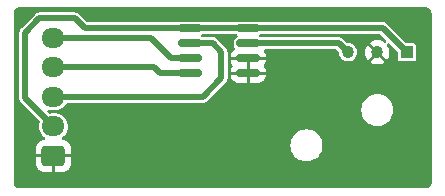
<source format=gbl>
%TF.GenerationSoftware,KiCad,Pcbnew,7.0.6*%
%TF.CreationDate,2023-08-28T10:43:43+02:00*%
%TF.ProjectId,RH_BreakLever_FreeJoy,52485f42-7265-4616-9b4c-657665725f46,rev?*%
%TF.SameCoordinates,Original*%
%TF.FileFunction,Copper,L2,Bot*%
%TF.FilePolarity,Positive*%
%FSLAX46Y46*%
G04 Gerber Fmt 4.6, Leading zero omitted, Abs format (unit mm)*
G04 Created by KiCad (PCBNEW 7.0.6) date 2023-08-28 10:43:43*
%MOMM*%
%LPD*%
G01*
G04 APERTURE LIST*
G04 Aperture macros list*
%AMRoundRect*
0 Rectangle with rounded corners*
0 $1 Rounding radius*
0 $2 $3 $4 $5 $6 $7 $8 $9 X,Y pos of 4 corners*
0 Add a 4 corners polygon primitive as box body*
4,1,4,$2,$3,$4,$5,$6,$7,$8,$9,$2,$3,0*
0 Add four circle primitives for the rounded corners*
1,1,$1+$1,$2,$3*
1,1,$1+$1,$4,$5*
1,1,$1+$1,$6,$7*
1,1,$1+$1,$8,$9*
0 Add four rect primitives between the rounded corners*
20,1,$1+$1,$2,$3,$4,$5,0*
20,1,$1+$1,$4,$5,$6,$7,0*
20,1,$1+$1,$6,$7,$8,$9,0*
20,1,$1+$1,$8,$9,$2,$3,0*%
G04 Aperture macros list end*
%TA.AperFunction,ComponentPad*%
%ADD10R,1.030000X1.030000*%
%TD*%
%TA.AperFunction,ComponentPad*%
%ADD11C,1.030000*%
%TD*%
%TA.AperFunction,ComponentPad*%
%ADD12RoundRect,0.250000X0.725000X-0.600000X0.725000X0.600000X-0.725000X0.600000X-0.725000X-0.600000X0*%
%TD*%
%TA.AperFunction,ComponentPad*%
%ADD13O,1.950000X1.700000*%
%TD*%
%TA.AperFunction,SMDPad,CuDef*%
%ADD14RoundRect,0.150000X0.825000X0.150000X-0.825000X0.150000X-0.825000X-0.150000X0.825000X-0.150000X0*%
%TD*%
%TA.AperFunction,Conductor*%
%ADD15C,0.508000*%
%TD*%
G04 APERTURE END LIST*
D10*
X68570000Y-25030001D03*
D11*
X66070000Y-25030001D03*
X63570000Y-25030001D03*
D12*
X38640000Y-33800000D03*
D13*
X38640000Y-31300000D03*
X38640000Y-28800000D03*
X38640000Y-26300000D03*
X38640000Y-23800000D03*
D14*
X55150000Y-22995000D03*
X55150000Y-24265000D03*
X55150000Y-25535000D03*
X55150000Y-26805000D03*
X50200000Y-26805000D03*
X50200000Y-25535000D03*
X50200000Y-24265000D03*
X50200000Y-22995000D03*
D15*
X41290000Y-22995000D02*
X40455000Y-22160000D01*
X68570000Y-25030001D02*
X66534999Y-22995000D01*
X54575000Y-22995000D02*
X41290000Y-22995000D01*
X36275000Y-28935000D02*
X38640000Y-31300000D01*
X40455000Y-22160000D02*
X37465000Y-22160000D01*
X66534999Y-22995000D02*
X55400000Y-22995000D01*
X36275000Y-23350000D02*
X36275000Y-28935000D01*
X55400000Y-22995000D02*
X49950000Y-22995000D01*
X37465000Y-22160000D02*
X36275000Y-23350000D01*
X52140000Y-24265000D02*
X49950000Y-24265000D01*
X52875000Y-27200000D02*
X52875000Y-25000000D01*
X52875000Y-25000000D02*
X52140000Y-24265000D01*
X38640000Y-28800000D02*
X51275000Y-28800000D01*
X51275000Y-28800000D02*
X52875000Y-27200000D01*
X47175000Y-26300000D02*
X38640000Y-26300000D01*
X49950000Y-26805000D02*
X47680000Y-26805000D01*
X47680000Y-26805000D02*
X47175000Y-26300000D01*
X38640000Y-23800000D02*
X46875000Y-23800000D01*
X49950000Y-25535000D02*
X48610000Y-25535000D01*
X48610000Y-25535000D02*
X46875000Y-23800000D01*
X62804999Y-24265000D02*
X63570000Y-25030001D01*
X55400000Y-24265000D02*
X62804999Y-24265000D01*
%TA.AperFunction,Conductor*%
G36*
X70173514Y-21208895D02*
G01*
X70265268Y-21219234D01*
X70292766Y-21225510D01*
X70369858Y-21252486D01*
X70395265Y-21264721D01*
X70464431Y-21308181D01*
X70486484Y-21325769D01*
X70544230Y-21383515D01*
X70561819Y-21405569D01*
X70605276Y-21474730D01*
X70617515Y-21500146D01*
X70644487Y-21577228D01*
X70650766Y-21604735D01*
X70660257Y-21688972D01*
X70661104Y-21696483D01*
X70661500Y-21703543D01*
X70661500Y-36046456D01*
X70661104Y-36053516D01*
X70650766Y-36145264D01*
X70644487Y-36172771D01*
X70617515Y-36249853D01*
X70605273Y-36275275D01*
X70561822Y-36344426D01*
X70544230Y-36366484D01*
X70486484Y-36424230D01*
X70464425Y-36441822D01*
X70395272Y-36485274D01*
X70369853Y-36497515D01*
X70292771Y-36524487D01*
X70265264Y-36530766D01*
X70208418Y-36537171D01*
X70173513Y-36541104D01*
X70166456Y-36541500D01*
X35768544Y-36541500D01*
X35761486Y-36541104D01*
X35713854Y-36535737D01*
X35669735Y-36530766D01*
X35642228Y-36524487D01*
X35565146Y-36497515D01*
X35539730Y-36485276D01*
X35470569Y-36441819D01*
X35448515Y-36424230D01*
X35390769Y-36366484D01*
X35373181Y-36344431D01*
X35329721Y-36275265D01*
X35317486Y-36249858D01*
X35290510Y-36172766D01*
X35284234Y-36145268D01*
X35273895Y-36053514D01*
X35273500Y-36046456D01*
X35273500Y-23386648D01*
X35762579Y-23386648D01*
X35763620Y-23391429D01*
X35766500Y-23418215D01*
X35766500Y-28866783D01*
X35763622Y-28893562D01*
X35762580Y-28898351D01*
X35766339Y-28950916D01*
X35766500Y-28955412D01*
X35766500Y-28971370D01*
X35768769Y-28987160D01*
X35769249Y-28991627D01*
X35773010Y-29044199D01*
X35773011Y-29044204D01*
X35774726Y-29048801D01*
X35781381Y-29074876D01*
X35782078Y-29079724D01*
X35782082Y-29079738D01*
X35803969Y-29127665D01*
X35805690Y-29131819D01*
X35824110Y-29181202D01*
X35824112Y-29181206D01*
X35827048Y-29185128D01*
X35840788Y-29208286D01*
X35842822Y-29212740D01*
X35842824Y-29212743D01*
X35877329Y-29252564D01*
X35880152Y-29256067D01*
X35889717Y-29268845D01*
X35889719Y-29268847D01*
X35889720Y-29268848D01*
X35901012Y-29280140D01*
X35904065Y-29283418D01*
X35923553Y-29305909D01*
X35938580Y-29323251D01*
X35942691Y-29325893D01*
X35963671Y-29342799D01*
X37438198Y-30817326D01*
X37472224Y-30879638D01*
X37468174Y-30947630D01*
X37436752Y-31038419D01*
X37436750Y-31038428D01*
X37406732Y-31247205D01*
X37416768Y-31457893D01*
X37416769Y-31457904D01*
X37466498Y-31662886D01*
X37466498Y-31662888D01*
X37466499Y-31662890D01*
X37554124Y-31854762D01*
X37676478Y-32026584D01*
X37829138Y-32172145D01*
X37829140Y-32172146D01*
X37829142Y-32172148D01*
X37893276Y-32213364D01*
X37939769Y-32267019D01*
X37949874Y-32337293D01*
X37920381Y-32401874D01*
X37860655Y-32440258D01*
X37837964Y-32444709D01*
X37760681Y-32452605D01*
X37760678Y-32452606D01*
X37592474Y-32508342D01*
X37441660Y-32601365D01*
X37441654Y-32601370D01*
X37316370Y-32726654D01*
X37316365Y-32726660D01*
X37223342Y-32877474D01*
X37167606Y-33045678D01*
X37167605Y-33045681D01*
X37157000Y-33149483D01*
X37157000Y-33673000D01*
X38182237Y-33673000D01*
X38165000Y-33731705D01*
X38165000Y-33868295D01*
X38182237Y-33927000D01*
X37157000Y-33927000D01*
X37157000Y-34450516D01*
X37167605Y-34554318D01*
X37167606Y-34554321D01*
X37223342Y-34722525D01*
X37316365Y-34873339D01*
X37316370Y-34873345D01*
X37441654Y-34998629D01*
X37441660Y-34998634D01*
X37592474Y-35091657D01*
X37760678Y-35147393D01*
X37760681Y-35147394D01*
X37864483Y-35157999D01*
X37864483Y-35158000D01*
X38513000Y-35158000D01*
X38513000Y-34261624D01*
X38606025Y-34275000D01*
X38673975Y-34275000D01*
X38766999Y-34261624D01*
X38767000Y-35158000D01*
X39415517Y-35158000D01*
X39415516Y-35157999D01*
X39519318Y-35147394D01*
X39519321Y-35147393D01*
X39687525Y-35091657D01*
X39838339Y-34998634D01*
X39838345Y-34998629D01*
X39963629Y-34873345D01*
X39963634Y-34873339D01*
X40056657Y-34722525D01*
X40112393Y-34554321D01*
X40112394Y-34554318D01*
X40122999Y-34450516D01*
X40123000Y-34450516D01*
X40123000Y-33927000D01*
X39097763Y-33927000D01*
X39115000Y-33868295D01*
X39115000Y-33731705D01*
X39097763Y-33673000D01*
X40123000Y-33673000D01*
X40123000Y-33149483D01*
X40112394Y-33045681D01*
X40112393Y-33045678D01*
X40064121Y-32900000D01*
X58714341Y-32900000D01*
X58734937Y-33135412D01*
X58796096Y-33363662D01*
X58796098Y-33363666D01*
X58895966Y-33577833D01*
X59031498Y-33771393D01*
X59031502Y-33771398D01*
X59031505Y-33771402D01*
X59198599Y-33938496D01*
X59198603Y-33938499D01*
X59198607Y-33938502D01*
X59392167Y-34074034D01*
X59392166Y-34074034D01*
X59468304Y-34109538D01*
X59606337Y-34173904D01*
X59834592Y-34235064D01*
X60011034Y-34250501D01*
X60011035Y-34250501D01*
X60128965Y-34250501D01*
X60128966Y-34250501D01*
X60305408Y-34235064D01*
X60533663Y-34173904D01*
X60747829Y-34074036D01*
X60941401Y-33938496D01*
X61108495Y-33771402D01*
X61244035Y-33577831D01*
X61343903Y-33363664D01*
X61405063Y-33135409D01*
X61425659Y-32900001D01*
X61405063Y-32664593D01*
X61343903Y-32436338D01*
X61244035Y-32222172D01*
X61244034Y-32222170D01*
X61244033Y-32222168D01*
X61108501Y-32028608D01*
X61108497Y-32028603D01*
X61108495Y-32028600D01*
X60941401Y-31861506D01*
X60941397Y-31861503D01*
X60941392Y-31861499D01*
X60747832Y-31725967D01*
X60747833Y-31725967D01*
X60533665Y-31626099D01*
X60533661Y-31626097D01*
X60305411Y-31564938D01*
X60173076Y-31553360D01*
X60128966Y-31549501D01*
X60011034Y-31549501D01*
X59975745Y-31552588D01*
X59834588Y-31564938D01*
X59606338Y-31626097D01*
X59606334Y-31626099D01*
X59392167Y-31725967D01*
X59198607Y-31861499D01*
X59198596Y-31861508D01*
X59031507Y-32028597D01*
X59031502Y-32028603D01*
X58895965Y-32222170D01*
X58796098Y-32436335D01*
X58796096Y-32436339D01*
X58734937Y-32664589D01*
X58714341Y-32900000D01*
X40064121Y-32900000D01*
X40056657Y-32877474D01*
X39963634Y-32726660D01*
X39963629Y-32726654D01*
X39838345Y-32601370D01*
X39838339Y-32601365D01*
X39687525Y-32508342D01*
X39519321Y-32452606D01*
X39519318Y-32452605D01*
X39446036Y-32445118D01*
X39380301Y-32418296D01*
X39339503Y-32360193D01*
X39336594Y-32289256D01*
X39372498Y-32228007D01*
X39380941Y-32220739D01*
X39530659Y-32103000D01*
X39668792Y-31943587D01*
X39774259Y-31760913D01*
X39843248Y-31561580D01*
X39873267Y-31352793D01*
X39863231Y-31142098D01*
X39813501Y-30937110D01*
X39725876Y-30745238D01*
X39603522Y-30573416D01*
X39450862Y-30427855D01*
X39450859Y-30427853D01*
X39450857Y-30427851D01*
X39273413Y-30313816D01*
X39077589Y-30235420D01*
X39077586Y-30235419D01*
X39077585Y-30235419D01*
X38870471Y-30195500D01*
X38870467Y-30195500D01*
X38462387Y-30195500D01*
X38462369Y-30195500D01*
X38331833Y-30207966D01*
X38262119Y-30194530D01*
X38230760Y-30171632D01*
X38147760Y-30088632D01*
X38113734Y-30026320D01*
X38118799Y-29955505D01*
X38161346Y-29898669D01*
X38227866Y-29873858D01*
X38260696Y-29875813D01*
X38409533Y-29904500D01*
X38409537Y-29904500D01*
X38817613Y-29904500D01*
X38817630Y-29904499D01*
X38864732Y-29900001D01*
X64714341Y-29900001D01*
X64734937Y-30135412D01*
X64796096Y-30363662D01*
X64796098Y-30363666D01*
X64895966Y-30577833D01*
X65031498Y-30771393D01*
X65031502Y-30771398D01*
X65031505Y-30771402D01*
X65198599Y-30938496D01*
X65198603Y-30938499D01*
X65198607Y-30938502D01*
X65392167Y-31074034D01*
X65392166Y-31074034D01*
X65468304Y-31109538D01*
X65606337Y-31173904D01*
X65834592Y-31235064D01*
X66011034Y-31250501D01*
X66011035Y-31250501D01*
X66128965Y-31250501D01*
X66128966Y-31250501D01*
X66305408Y-31235064D01*
X66533663Y-31173904D01*
X66747829Y-31074036D01*
X66941401Y-30938496D01*
X67108495Y-30771402D01*
X67244035Y-30577831D01*
X67343903Y-30363664D01*
X67405063Y-30135409D01*
X67425659Y-29900001D01*
X67405063Y-29664593D01*
X67343903Y-29436338D01*
X67244035Y-29222172D01*
X67244034Y-29222170D01*
X67244033Y-29222168D01*
X67108501Y-29028608D01*
X67108497Y-29028603D01*
X67108495Y-29028600D01*
X66941401Y-28861506D01*
X66941397Y-28861503D01*
X66941392Y-28861499D01*
X66747832Y-28725967D01*
X66747833Y-28725967D01*
X66533665Y-28626099D01*
X66533661Y-28626097D01*
X66305411Y-28564938D01*
X66173076Y-28553360D01*
X66128966Y-28549501D01*
X66011034Y-28549501D01*
X65975745Y-28552588D01*
X65834588Y-28564938D01*
X65606338Y-28626097D01*
X65606334Y-28626099D01*
X65392167Y-28725967D01*
X65198607Y-28861499D01*
X65198596Y-28861508D01*
X65031507Y-29028597D01*
X65031502Y-29028603D01*
X64895965Y-29222170D01*
X64796098Y-29436335D01*
X64796096Y-29436339D01*
X64734937Y-29664589D01*
X64714341Y-29900001D01*
X38864732Y-29900001D01*
X38974969Y-29889474D01*
X38974969Y-29889473D01*
X38974979Y-29889473D01*
X39177368Y-29830047D01*
X39364854Y-29733391D01*
X39530659Y-29603000D01*
X39668792Y-29443587D01*
X39710412Y-29371498D01*
X39761795Y-29322506D01*
X39819531Y-29308500D01*
X51206784Y-29308500D01*
X51233565Y-29311378D01*
X51238351Y-29312420D01*
X51238351Y-29312419D01*
X51238352Y-29312420D01*
X51290917Y-29308661D01*
X51295413Y-29308500D01*
X51311366Y-29308500D01*
X51311368Y-29308500D01*
X51327192Y-29306224D01*
X51331615Y-29305749D01*
X51384201Y-29301989D01*
X51388794Y-29300275D01*
X51414893Y-29293614D01*
X51419734Y-29292919D01*
X51467683Y-29271020D01*
X51471800Y-29269315D01*
X51521204Y-29250889D01*
X51525117Y-29247958D01*
X51548299Y-29234204D01*
X51552743Y-29232176D01*
X51592585Y-29197650D01*
X51596055Y-29194855D01*
X51608848Y-29185280D01*
X51620141Y-29173985D01*
X51623418Y-29170934D01*
X51663250Y-29136421D01*
X51665894Y-29132305D01*
X51682795Y-29111331D01*
X53186331Y-27607795D01*
X53207305Y-27590894D01*
X53211421Y-27588250D01*
X53245934Y-27548418D01*
X53248987Y-27545140D01*
X53260280Y-27533848D01*
X53269855Y-27521055D01*
X53272650Y-27517585D01*
X53307176Y-27477743D01*
X53309208Y-27473292D01*
X53322957Y-27450120D01*
X53325889Y-27446204D01*
X53344314Y-27396802D01*
X53346019Y-27392685D01*
X53367919Y-27344734D01*
X53368615Y-27339891D01*
X53375275Y-27313793D01*
X53376989Y-27309200D01*
X53380749Y-27256629D01*
X53381230Y-27252153D01*
X53383500Y-27236367D01*
X53383500Y-27220412D01*
X53383661Y-27215916D01*
X53387420Y-27163351D01*
X53386378Y-27158562D01*
X53383500Y-27131783D01*
X53383500Y-26932000D01*
X53667001Y-26932000D01*
X53667001Y-27021458D01*
X53669934Y-27058750D01*
X53716318Y-27218400D01*
X53800948Y-27361501D01*
X53800949Y-27361503D01*
X53918496Y-27479050D01*
X53918498Y-27479051D01*
X54061598Y-27563681D01*
X54221251Y-27610065D01*
X54221249Y-27610065D01*
X54258539Y-27613000D01*
X54258540Y-27613000D01*
X55023000Y-27612999D01*
X55023000Y-26932000D01*
X55277000Y-26932000D01*
X55277000Y-27612999D01*
X56041458Y-27612999D01*
X56078750Y-27610065D01*
X56238400Y-27563681D01*
X56381501Y-27479051D01*
X56381503Y-27479050D01*
X56499050Y-27361503D01*
X56499051Y-27361501D01*
X56583681Y-27218401D01*
X56630065Y-27058749D01*
X56633000Y-27021461D01*
X56633000Y-26932000D01*
X55277000Y-26932000D01*
X55023000Y-26932000D01*
X53667001Y-26932000D01*
X53383500Y-26932000D01*
X53383500Y-26678000D01*
X53667000Y-26678000D01*
X55023000Y-26678000D01*
X55023000Y-25662000D01*
X55277000Y-25662000D01*
X55277000Y-26678000D01*
X56632999Y-26678000D01*
X56632999Y-26588542D01*
X56630065Y-26551249D01*
X56583681Y-26391599D01*
X56499052Y-26248499D01*
X56498067Y-26247229D01*
X56497604Y-26246050D01*
X56495019Y-26241679D01*
X56495723Y-26241262D01*
X56472118Y-26181145D01*
X56486016Y-26111522D01*
X56498067Y-26092771D01*
X56499052Y-26091500D01*
X56583681Y-25948401D01*
X56630065Y-25788749D01*
X56633000Y-25751461D01*
X56633000Y-25662000D01*
X55277000Y-25662000D01*
X55023000Y-25662000D01*
X53667001Y-25662000D01*
X53667001Y-25751458D01*
X53669934Y-25788750D01*
X53716318Y-25948400D01*
X53800947Y-26091500D01*
X53801939Y-26092779D01*
X53802403Y-26093963D01*
X53804981Y-26098321D01*
X53804277Y-26098736D01*
X53827882Y-26158866D01*
X53813978Y-26228487D01*
X53801939Y-26247221D01*
X53800947Y-26248499D01*
X53716318Y-26391598D01*
X53669934Y-26551250D01*
X53667000Y-26588539D01*
X53667000Y-26678000D01*
X53383500Y-26678000D01*
X53383500Y-26106495D01*
X53383500Y-25068205D01*
X53386379Y-25041429D01*
X53387420Y-25036649D01*
X53383661Y-24984083D01*
X53383500Y-24979587D01*
X53383500Y-24963631D01*
X53381230Y-24947846D01*
X53380749Y-24943370D01*
X53376989Y-24890800D01*
X53376989Y-24890799D01*
X53375276Y-24886208D01*
X53368616Y-24860111D01*
X53367919Y-24855268D01*
X53367919Y-24855266D01*
X53346023Y-24807320D01*
X53344313Y-24803192D01*
X53325889Y-24753796D01*
X53325887Y-24753794D01*
X53325887Y-24753792D01*
X53325886Y-24753791D01*
X53322956Y-24749877D01*
X53309209Y-24726708D01*
X53308246Y-24724602D01*
X53307176Y-24722257D01*
X53292723Y-24705577D01*
X53272671Y-24682435D01*
X53269847Y-24678932D01*
X53260281Y-24666154D01*
X53260280Y-24666152D01*
X53248978Y-24654850D01*
X53245925Y-24651570D01*
X53211422Y-24611750D01*
X53211419Y-24611748D01*
X53207300Y-24609101D01*
X53186327Y-24592199D01*
X52547799Y-23953671D01*
X52530893Y-23932691D01*
X52528251Y-23928580D01*
X52488421Y-23894067D01*
X52485140Y-23891012D01*
X52473848Y-23879720D01*
X52473847Y-23879719D01*
X52473845Y-23879717D01*
X52461067Y-23870152D01*
X52457564Y-23867329D01*
X52417743Y-23832824D01*
X52417740Y-23832822D01*
X52413286Y-23830788D01*
X52390128Y-23817048D01*
X52386206Y-23814112D01*
X52386202Y-23814110D01*
X52336819Y-23795690D01*
X52332665Y-23793969D01*
X52284738Y-23772082D01*
X52284724Y-23772078D01*
X52279876Y-23771381D01*
X52253801Y-23764726D01*
X52249204Y-23763011D01*
X52249199Y-23763010D01*
X52196627Y-23759249D01*
X52192160Y-23758769D01*
X52176370Y-23756500D01*
X52176368Y-23756500D01*
X52160413Y-23756500D01*
X52155917Y-23756339D01*
X52139691Y-23755179D01*
X52117383Y-23746858D01*
X52111879Y-23750396D01*
X52103172Y-23752618D01*
X52098564Y-23753621D01*
X52071784Y-23756500D01*
X51242642Y-23756500D01*
X51185471Y-23742783D01*
X51184489Y-23742283D01*
X51132860Y-23693550D01*
X51115774Y-23624640D01*
X51138656Y-23557432D01*
X51184489Y-23517717D01*
X51185471Y-23517217D01*
X51242642Y-23503500D01*
X52076381Y-23503500D01*
X52109410Y-23513198D01*
X52121897Y-23506380D01*
X52148680Y-23503500D01*
X54107358Y-23503500D01*
X54164484Y-23517194D01*
X54164804Y-23517356D01*
X54165466Y-23517694D01*
X54217114Y-23566406D01*
X54234227Y-23635309D01*
X54211372Y-23702526D01*
X54165543Y-23742265D01*
X54084279Y-23783671D01*
X54084274Y-23783675D01*
X53993673Y-23874276D01*
X53935501Y-23988446D01*
X53930219Y-24021801D01*
X53920500Y-24083166D01*
X53920500Y-24446834D01*
X53921596Y-24453754D01*
X53935501Y-24541553D01*
X53935501Y-24541554D01*
X53935502Y-24541555D01*
X53966807Y-24602993D01*
X53993673Y-24655721D01*
X53993980Y-24656144D01*
X53994194Y-24656744D01*
X53998176Y-24664559D01*
X53997166Y-24665073D01*
X54017838Y-24723012D01*
X54001758Y-24792164D01*
X53956186Y-24838658D01*
X53918500Y-24860946D01*
X53918496Y-24860949D01*
X53800949Y-24978496D01*
X53800948Y-24978498D01*
X53716318Y-25121598D01*
X53669934Y-25281250D01*
X53667000Y-25318539D01*
X53667000Y-25408000D01*
X56632999Y-25408000D01*
X56632999Y-25318542D01*
X56630065Y-25281249D01*
X56583681Y-25121599D01*
X56499051Y-24978498D01*
X56497675Y-24976723D01*
X56497029Y-24975078D01*
X56495019Y-24971679D01*
X56495567Y-24971354D01*
X56471730Y-24910636D01*
X56485633Y-24841014D01*
X56534970Y-24789961D01*
X56597237Y-24773500D01*
X62542181Y-24773500D01*
X62610302Y-24793502D01*
X62631276Y-24810405D01*
X62758726Y-24937855D01*
X62792752Y-25000167D01*
X62795631Y-25026950D01*
X62795631Y-25029997D01*
X62795631Y-25030001D01*
X62815046Y-25202314D01*
X62855715Y-25318539D01*
X62872318Y-25365987D01*
X62872319Y-25365989D01*
X62964573Y-25512812D01*
X63087188Y-25635427D01*
X63211299Y-25713410D01*
X63234014Y-25727683D01*
X63397687Y-25784955D01*
X63570000Y-25804370D01*
X63742313Y-25784955D01*
X63905986Y-25727683D01*
X64052811Y-25635427D01*
X64175426Y-25512812D01*
X64267682Y-25365987D01*
X64324954Y-25202314D01*
X64344369Y-25030001D01*
X64324954Y-24857688D01*
X64267682Y-24694015D01*
X64243620Y-24655721D01*
X64175426Y-24547189D01*
X64052811Y-24424574D01*
X63905988Y-24332320D01*
X63905986Y-24332319D01*
X63895078Y-24328502D01*
X63742313Y-24275047D01*
X63570000Y-24255632D01*
X63569998Y-24255632D01*
X63566949Y-24255632D01*
X63565050Y-24255074D01*
X63562969Y-24254840D01*
X63563010Y-24254475D01*
X63498828Y-24235630D01*
X63477854Y-24218727D01*
X63212798Y-23953671D01*
X63195892Y-23932691D01*
X63193250Y-23928580D01*
X63153420Y-23894067D01*
X63150139Y-23891012D01*
X63138847Y-23879720D01*
X63138846Y-23879719D01*
X63138844Y-23879717D01*
X63126066Y-23870152D01*
X63122563Y-23867329D01*
X63082742Y-23832824D01*
X63082739Y-23832822D01*
X63078285Y-23830788D01*
X63055127Y-23817048D01*
X63051205Y-23814112D01*
X63051201Y-23814110D01*
X63001818Y-23795690D01*
X62997664Y-23793969D01*
X62949737Y-23772082D01*
X62949723Y-23772078D01*
X62944875Y-23771381D01*
X62918800Y-23764726D01*
X62914203Y-23763011D01*
X62914198Y-23763010D01*
X62861626Y-23759249D01*
X62857159Y-23758769D01*
X62841369Y-23756500D01*
X62841367Y-23756500D01*
X62825412Y-23756500D01*
X62820916Y-23756339D01*
X62804690Y-23755179D01*
X62782382Y-23746858D01*
X62776878Y-23750396D01*
X62768171Y-23752618D01*
X62763563Y-23753621D01*
X62736783Y-23756500D01*
X56192642Y-23756500D01*
X56135471Y-23742783D01*
X56134489Y-23742283D01*
X56082860Y-23693550D01*
X56065774Y-23624640D01*
X56088656Y-23557432D01*
X56134489Y-23517717D01*
X56135471Y-23517217D01*
X56192642Y-23503500D01*
X62741380Y-23503500D01*
X62774409Y-23513198D01*
X62786896Y-23506380D01*
X62813679Y-23503500D01*
X66272181Y-23503500D01*
X66340302Y-23523502D01*
X66361276Y-23540405D01*
X66807572Y-23986701D01*
X66841598Y-24049013D01*
X66836533Y-24119828D01*
X66793986Y-24176664D01*
X66727466Y-24201475D01*
X66658092Y-24186384D01*
X66646403Y-24178498D01*
X66646247Y-24178732D01*
X66641101Y-24175293D01*
X66463379Y-24080299D01*
X66270536Y-24021801D01*
X66070003Y-24002051D01*
X66069997Y-24002051D01*
X65869463Y-24021801D01*
X65676620Y-24080299D01*
X65498904Y-24175290D01*
X65441777Y-24222173D01*
X65934967Y-24715363D01*
X65848081Y-24765528D01*
X65771009Y-24857378D01*
X65756803Y-24896408D01*
X65262172Y-24401777D01*
X65215289Y-24458905D01*
X65120298Y-24636621D01*
X65061800Y-24829464D01*
X65042050Y-25029997D01*
X65042050Y-25030004D01*
X65061800Y-25230537D01*
X65120298Y-25423380D01*
X65215291Y-25601099D01*
X65262171Y-25658222D01*
X65756802Y-25163591D01*
X65771009Y-25202623D01*
X65848081Y-25294474D01*
X65934967Y-25344638D01*
X65441777Y-25837827D01*
X65498904Y-25884711D01*
X65676620Y-25979702D01*
X65869463Y-26038200D01*
X66069997Y-26057951D01*
X66070003Y-26057951D01*
X66270536Y-26038200D01*
X66463379Y-25979702D01*
X66641093Y-25884712D01*
X66641098Y-25884709D01*
X66698222Y-25837828D01*
X66698222Y-25837827D01*
X66205032Y-25344637D01*
X66291919Y-25294474D01*
X66368991Y-25202624D01*
X66383197Y-25163593D01*
X66877827Y-25658223D01*
X66924708Y-25601099D01*
X66924711Y-25601094D01*
X67019701Y-25423380D01*
X67078199Y-25230537D01*
X67097950Y-25030004D01*
X67097950Y-25029997D01*
X67078199Y-24829464D01*
X67019701Y-24636621D01*
X66924707Y-24458899D01*
X66921269Y-24453754D01*
X66923033Y-24452575D01*
X66899051Y-24396112D01*
X66911032Y-24326133D01*
X66958944Y-24273740D01*
X67027575Y-24255568D01*
X67095136Y-24277386D01*
X67113299Y-24292428D01*
X67763595Y-24942724D01*
X67797621Y-25005036D01*
X67800500Y-25031819D01*
X67800500Y-25570064D01*
X67800501Y-25570074D01*
X67815265Y-25644301D01*
X67871516Y-25728485D01*
X67955697Y-25784734D01*
X67955699Y-25784735D01*
X68029933Y-25799501D01*
X69110066Y-25799500D01*
X69110069Y-25799499D01*
X69110073Y-25799499D01*
X69159326Y-25789702D01*
X69184301Y-25784735D01*
X69268484Y-25728485D01*
X69324734Y-25644302D01*
X69339500Y-25570068D01*
X69339499Y-24489935D01*
X69339498Y-24489932D01*
X69339498Y-24489927D01*
X69324734Y-24415700D01*
X69315431Y-24401777D01*
X69268484Y-24331517D01*
X69263972Y-24328502D01*
X69184302Y-24275267D01*
X69110069Y-24260501D01*
X69110067Y-24260501D01*
X68571818Y-24260501D01*
X68503697Y-24240499D01*
X68482723Y-24223596D01*
X66942798Y-22683671D01*
X66925892Y-22662691D01*
X66923250Y-22658580D01*
X66883420Y-22624067D01*
X66880139Y-22621012D01*
X66868847Y-22609720D01*
X66868846Y-22609719D01*
X66868844Y-22609717D01*
X66856066Y-22600152D01*
X66852563Y-22597329D01*
X66812742Y-22562824D01*
X66812739Y-22562822D01*
X66808285Y-22560788D01*
X66785127Y-22547048D01*
X66781205Y-22544112D01*
X66781201Y-22544110D01*
X66731818Y-22525690D01*
X66727664Y-22523969D01*
X66679737Y-22502082D01*
X66679723Y-22502078D01*
X66674875Y-22501381D01*
X66648800Y-22494726D01*
X66644203Y-22493011D01*
X66644198Y-22493010D01*
X66591626Y-22489249D01*
X66587159Y-22488769D01*
X66571369Y-22486500D01*
X66571367Y-22486500D01*
X66555412Y-22486500D01*
X66550916Y-22486339D01*
X66498351Y-22482579D01*
X66498350Y-22482580D01*
X66493565Y-22483621D01*
X66466783Y-22486500D01*
X56192642Y-22486500D01*
X56135438Y-22472766D01*
X56101556Y-22455501D01*
X56027172Y-22443721D01*
X56006834Y-22440500D01*
X54293166Y-22440500D01*
X54274799Y-22443408D01*
X54198443Y-22455501D01*
X54164562Y-22472766D01*
X54107358Y-22486500D01*
X51242642Y-22486500D01*
X51185438Y-22472766D01*
X51151556Y-22455501D01*
X51077172Y-22443721D01*
X51056834Y-22440500D01*
X49343166Y-22440500D01*
X49324799Y-22443408D01*
X49248443Y-22455501D01*
X49214562Y-22472766D01*
X49157358Y-22486500D01*
X41552818Y-22486500D01*
X41484697Y-22466498D01*
X41463723Y-22449595D01*
X40862799Y-21848671D01*
X40845893Y-21827691D01*
X40843251Y-21823580D01*
X40803421Y-21789067D01*
X40800140Y-21786012D01*
X40788848Y-21774720D01*
X40788847Y-21774719D01*
X40788845Y-21774717D01*
X40776067Y-21765152D01*
X40772564Y-21762329D01*
X40732743Y-21727824D01*
X40732740Y-21727822D01*
X40728286Y-21725788D01*
X40705128Y-21712048D01*
X40701206Y-21709112D01*
X40701202Y-21709110D01*
X40651819Y-21690690D01*
X40647665Y-21688969D01*
X40599738Y-21667082D01*
X40599724Y-21667078D01*
X40594876Y-21666381D01*
X40568801Y-21659726D01*
X40564204Y-21658011D01*
X40564199Y-21658010D01*
X40511627Y-21654249D01*
X40507160Y-21653769D01*
X40491370Y-21651500D01*
X40491368Y-21651500D01*
X40475413Y-21651500D01*
X40470917Y-21651339D01*
X40418352Y-21647579D01*
X40418351Y-21647580D01*
X40413566Y-21648621D01*
X40386784Y-21651500D01*
X37533216Y-21651500D01*
X37506436Y-21648621D01*
X37501651Y-21647580D01*
X37501646Y-21647580D01*
X37449088Y-21651339D01*
X37444591Y-21651500D01*
X37428632Y-21651500D01*
X37428626Y-21651500D01*
X37428623Y-21651501D01*
X37412819Y-21653771D01*
X37408358Y-21654250D01*
X37355799Y-21658011D01*
X37355796Y-21658012D01*
X37351210Y-21659723D01*
X37325116Y-21666383D01*
X37320268Y-21667080D01*
X37272330Y-21688972D01*
X37268175Y-21690692D01*
X37218797Y-21709109D01*
X37214871Y-21712049D01*
X37191715Y-21725788D01*
X37187256Y-21727824D01*
X37147425Y-21762337D01*
X37143925Y-21765158D01*
X37131157Y-21774716D01*
X37131149Y-21774722D01*
X37119857Y-21786013D01*
X37116571Y-21789072D01*
X37076751Y-21823577D01*
X37076747Y-21823581D01*
X37074098Y-21827704D01*
X37057201Y-21848669D01*
X35963669Y-22942201D01*
X35942704Y-22959098D01*
X35938581Y-22961747D01*
X35938577Y-22961751D01*
X35904072Y-23001571D01*
X35901013Y-23004857D01*
X35889722Y-23016149D01*
X35889716Y-23016157D01*
X35880158Y-23028925D01*
X35877337Y-23032425D01*
X35842822Y-23072258D01*
X35842820Y-23072261D01*
X35840783Y-23076722D01*
X35827053Y-23099864D01*
X35824114Y-23103791D01*
X35824109Y-23103799D01*
X35805690Y-23153178D01*
X35803970Y-23157330D01*
X35782080Y-23205266D01*
X35782079Y-23205271D01*
X35781381Y-23210123D01*
X35774726Y-23236197D01*
X35773012Y-23240793D01*
X35773011Y-23240798D01*
X35769249Y-23293373D01*
X35768769Y-23297840D01*
X35766500Y-23313629D01*
X35766500Y-23329587D01*
X35766339Y-23334083D01*
X35762579Y-23386648D01*
X35273500Y-23386648D01*
X35273500Y-21703542D01*
X35273896Y-21696483D01*
X35284234Y-21604729D01*
X35290510Y-21577235D01*
X35317488Y-21500137D01*
X35329719Y-21474737D01*
X35373184Y-21405563D01*
X35390765Y-21383519D01*
X35448519Y-21325765D01*
X35470563Y-21308184D01*
X35539737Y-21264719D01*
X35565137Y-21252488D01*
X35642235Y-21225510D01*
X35669731Y-21219234D01*
X35761485Y-21208895D01*
X35768544Y-21208500D01*
X35831945Y-21208500D01*
X70103055Y-21208500D01*
X70166456Y-21208500D01*
X70173514Y-21208895D01*
G37*
%TD.AperFunction*%
M02*

</source>
